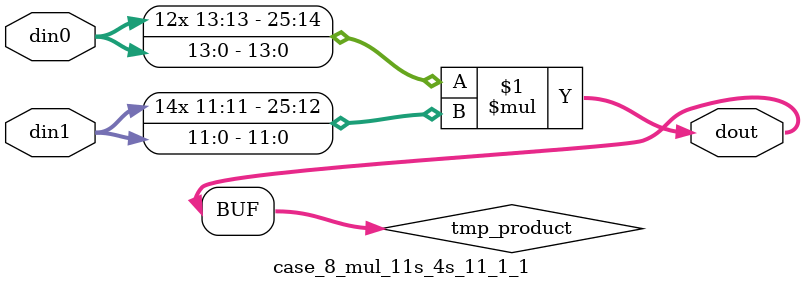
<source format=v>

`timescale 1 ns / 1 ps

 module case_8_mul_11s_4s_11_1_1(din0, din1, dout);
parameter ID = 1;
parameter NUM_STAGE = 0;
parameter din0_WIDTH = 14;
parameter din1_WIDTH = 12;
parameter dout_WIDTH = 26;

input [din0_WIDTH - 1 : 0] din0; 
input [din1_WIDTH - 1 : 0] din1; 
output [dout_WIDTH - 1 : 0] dout;

wire signed [dout_WIDTH - 1 : 0] tmp_product;



























assign tmp_product = $signed(din0) * $signed(din1);








assign dout = tmp_product;





















endmodule

</source>
